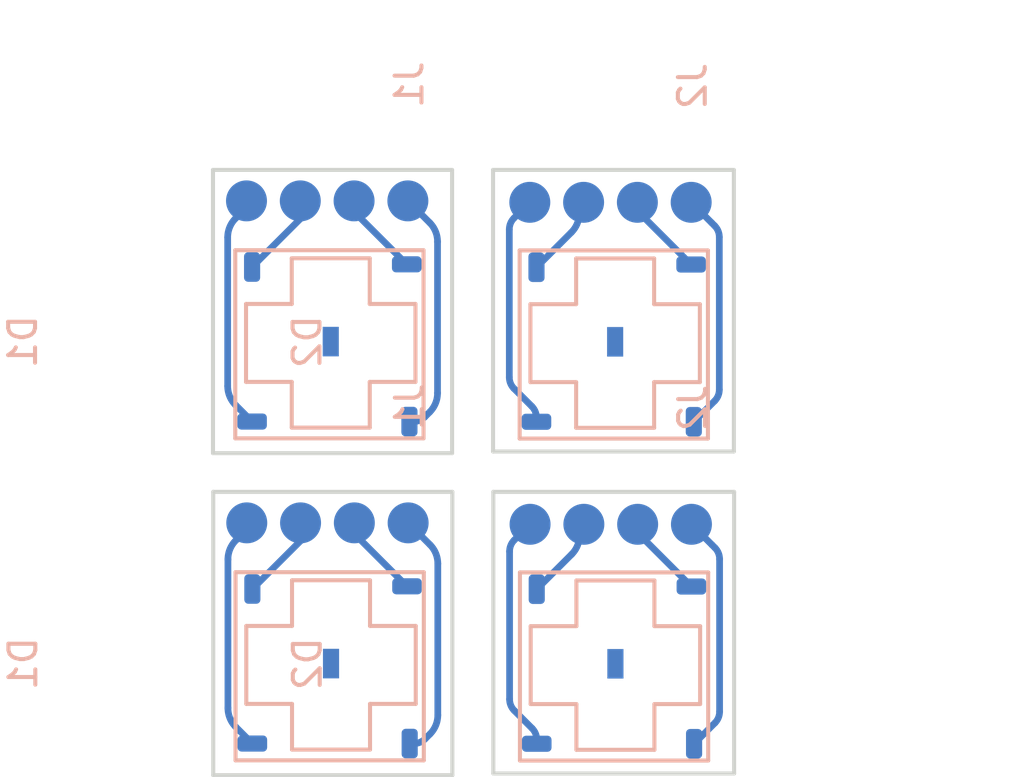
<source format=kicad_pcb>
(kicad_pcb (version 20241229) (generator "pcbnew") (generator_version "9.0")
  (layers (0 "F.Cu" signal) (2 "B.Cu" signal) (13 "F.Paste" user) (15 "B.Paste" user) (5 "F.SilkS" user) (7 "B.SilkS" user) (1 "F.Mask" user) (3 "B.Mask" user) (25 "Edge.Cuts" user))
  (net 0 "")
  (net 1 "Net-(D1-Pad1)")
  (net 2 "Net-(D1-Pad2)")
  (net 3 "Net-(D1-Pad3)")
  (net 4 "Net-(D1-Pad4)")
  (net 5 "Net-(D2-Pad4)")
  (net 6 "Net-(D2-Pad3)")
  (net 7 "Net-(D2-Pad2)")
  (net 8 "Net-(D2-Pad1)")
  (footprint "My-library:FC-60035" (layer "B.Cu") (at 103.05896 47.6879 90)
    (property "Reference" "D1" (at 0.05 -11.45 90) (layer "B.SilkS") (effects (justify mirror)))
    (property "Value" "FC-60035")
    (fp_line (start 3.45 -3.55) (end -3.55 -3.55) (stroke (width 0.15)) (layer "B.SilkS"))
    (fp_line (start -3.55 -3.55) (end -3.55 3.45) (stroke (width 0.15)) (layer "B.SilkS"))
    (fp_line (start 1.45 -3.15) (end 1.45 -1.45) (stroke (width 0.15)) (layer "B.SilkS"))
    (fp_line (start -1.45 -3.15) (end 1.45 -3.15) (stroke (width 0.15)) (layer "B.SilkS"))
    (fp_line (start 3.15 -1.45) (end 3.15 1.45) (stroke (width 0.15)) (layer "B.SilkS"))
    (fp_line (start 1.45 -1.45) (end 3.15 -1.45) (stroke (width 0.15)) (layer "B.SilkS"))
    (fp_line (start -1.45 -1.45) (end -1.45 -3.15) (stroke (width 0.15)) (layer "B.SilkS"))
    (fp_line (start -3.15 -1.45) (end -1.45 -1.45) (stroke (width 0.15)) (layer "B.SilkS"))
    (fp_line (start 3.15 1.45) (end 1.45 1.45) (stroke (width 0.15)) (layer "B.SilkS"))
    (fp_line (start 1.45 1.45) (end 1.45 3.15) (stroke (width 0.15)) (layer "B.SilkS"))
    (fp_line (start -1.45 1.45) (end -3.15 1.45) (stroke (width 0.15)) (layer "B.SilkS"))
    (fp_line (start -3.15 1.45) (end -3.15 -1.45) (stroke (width 0.15)) (layer "B.SilkS"))
    (fp_line (start 1.45 3.15) (end -1.45 3.15) (stroke (width 0.15)) (layer "B.SilkS"))
    (fp_line (start -1.45 3.15) (end -1.45 1.45) (stroke (width 0.15)) (layer "B.SilkS"))
    (fp_line (start 3.45 3.45) (end 3.45 -3.55) (stroke (width 0.15)) (layer "B.SilkS"))
    (fp_line (start -3.55 3.45) (end 3.45 3.45) (stroke (width 0.15)) (layer "B.SilkS"))
    (pad "1" smd roundrect (at -2.925 -2.925 90) (size 0.6 1.1) (layers "B.Cu" "B.Mask" "B.Paste") (net 1 "Net-(D1-Pad1)"))
    (pad "2" smd roundrect (at 2.825 -2.925 90) (size 1.1 0.6) (layers "B.Cu" "B.Mask" "B.Paste") (net 2 "Net-(D1-Pad2)"))
    (pad "3" smd roundrect (at 2.925 2.825 90) (size 0.6 1.1) (layers "B.Cu" "B.Mask" "B.Paste") (net 3 "Net-(D1-Pad3)"))
    (pad "4" smd roundrect (at -2.925 2.925 90) (size 1.1 0.6) (layers "B.Cu" "B.Mask" "B.Paste") (net 4 "Net-(D1-Pad4)"))
    (pad "5" smd custom (at 0.05 0 90) (size 1.1 0.6) (layers "B.Cu" "B.Mask" "B.Paste") (options (clearance outline) (anchor rect)) (primitives))
  )
  (footprint "My-library:FC-60035" (layer "B.Cu") (at 113.63298 47.69552 90)
    (property "Reference" "D2" (at 0.05 -11.45 90) (layer "B.SilkS") (effects (justify mirror)))
    (property "Value" "FC-60035")
    (fp_line (start 3.45 -3.55) (end -3.55 -3.55) (stroke (width 0.15)) (layer "B.SilkS"))
    (fp_line (start -3.55 -3.55) (end -3.55 3.45) (stroke (width 0.15)) (layer "B.SilkS"))
    (fp_line (start 1.45 -3.15) (end 1.45 -1.45) (stroke (width 0.15)) (layer "B.SilkS"))
    (fp_line (start -1.45 -3.15) (end 1.45 -3.15) (stroke (width 0.15)) (layer "B.SilkS"))
    (fp_line (start 3.15 -1.45) (end 3.15 1.45) (stroke (width 0.15)) (layer "B.SilkS"))
    (fp_line (start 1.45 -1.45) (end 3.15 -1.45) (stroke (width 0.15)) (layer "B.SilkS"))
    (fp_line (start -1.45 -1.45) (end -1.45 -3.15) (stroke (width 0.15)) (layer "B.SilkS"))
    (fp_line (start -3.15 -1.45) (end -1.45 -1.45) (stroke (width 0.15)) (layer "B.SilkS"))
    (fp_line (start 3.15 1.45) (end 1.45 1.45) (stroke (width 0.15)) (layer "B.SilkS"))
    (fp_line (start 1.45 1.45) (end 1.45 3.15) (stroke (width 0.15)) (layer "B.SilkS"))
    (fp_line (start -1.45 1.45) (end -3.15 1.45) (stroke (width 0.15)) (layer "B.SilkS"))
    (fp_line (start -3.15 1.45) (end -3.15 -1.45) (stroke (width 0.15)) (layer "B.SilkS"))
    (fp_line (start 1.45 3.15) (end -1.45 3.15) (stroke (width 0.15)) (layer "B.SilkS"))
    (fp_line (start -1.45 3.15) (end -1.45 1.45) (stroke (width 0.15)) (layer "B.SilkS"))
    (fp_line (start 3.45 3.45) (end 3.45 -3.55) (stroke (width 0.15)) (layer "B.SilkS"))
    (fp_line (start -3.55 3.45) (end 3.45 3.45) (stroke (width 0.15)) (layer "B.SilkS"))
    (pad "1" smd roundrect (at -2.925 -2.925 90) (size 0.6 1.1) (layers "B.Cu" "B.Mask" "B.Paste") (net 8 "Net-(D2-Pad1)"))
    (pad "2" smd roundrect (at 2.825 -2.925 90) (size 1.1 0.6) (layers "B.Cu" "B.Mask" "B.Paste") (net 7 "Net-(D2-Pad2)"))
    (pad "3" smd roundrect (at 2.925 2.825 90) (size 0.6 1.1) (layers "B.Cu" "B.Mask" "B.Paste") (net 6 "Net-(D2-Pad3)"))
    (pad "4" smd roundrect (at -2.925 2.925 90) (size 1.1 0.6) (layers "B.Cu" "B.Mask" "B.Paste") (net 5 "Net-(D2-Pad4)"))
    (pad "5" smd custom (at 0.05 0 90) (size 1.1 0.6) (layers "B.Cu" "B.Mask" "B.Paste") (options (clearance outline) (anchor rect)) (primitives))
  )
  (footprint "My-library:CON4" (layer "B.Cu") (at 102.92612 42.40216 -90)
    (property "Reference" "J1" (at -4.325 -3.05 270) (layer "B.SilkS") (effects (justify mirror)))
    (property "Value" "CON4")
    (pad "1" smd circle (at 0 3 270) (size 1.524 1.524) (layers "B.Cu" "B.Mask" "B.Paste") (net 1 "Net-(D1-Pad1)"))
    (pad "2" smd circle (at 0 1 270) (size 1.524 1.524) (layers "B.Cu" "B.Mask" "B.Paste") (net 2 "Net-(D1-Pad2)"))
    (pad "3" smd circle (at 0 -1 270) (size 1.524 1.524) (layers "B.Cu" "B.Mask" "B.Paste") (net 3 "Net-(D1-Pad3)"))
    (pad "4" smd circle (at 0 -3 270) (size 1.524 1.524) (layers "B.Cu" "B.Mask" "B.Paste") (net 4 "Net-(D1-Pad4)"))
  )
  (footprint "My-library:CON4" (layer "B.Cu") (at 113.46 42.4555 -90)
    (property "Reference" "J2" (at -4.325 -3.05 270) (layer "B.SilkS") (effects (justify mirror)))
    (property "Value" "CON4")
    (pad "1" smd circle (at 0 3 270) (size 1.524 1.524) (layers "B.Cu" "B.Mask" "B.Paste") (net 8 "Net-(D2-Pad1)"))
    (pad "2" smd circle (at 0 1 270) (size 1.524 1.524) (layers "B.Cu" "B.Mask" "B.Paste") (net 7 "Net-(D2-Pad2)"))
    (pad "3" smd circle (at 0 -1 270) (size 1.524 1.524) (layers "B.Cu" "B.Mask" "B.Paste") (net 6 "Net-(D2-Pad3)"))
    (pad "4" smd circle (at 0 -3 270) (size 1.524 1.524) (layers "B.Cu" "B.Mask" "B.Paste") (net 5 "Net-(D2-Pad4)"))
  )
  (footprint "My-library:CON4" (layer "B.Cu") (at 102.93612 54.38216 -90)
    (property "Reference" "J1" (at -4.325 -3.05 270) (layer "B.SilkS") (effects (justify mirror)))
    (property "Value" "CON4")
    (pad "1" smd circle (at 0 3 270) (size 1.524 1.524) (layers "B.Cu" "B.Mask" "B.Paste") (net 1 "Net-(D1-Pad1)"))
    (pad "2" smd circle (at 0 1 270) (size 1.524 1.524) (layers "B.Cu" "B.Mask" "B.Paste") (net 2 "Net-(D1-Pad2)"))
    (pad "3" smd circle (at 0 -1 270) (size 1.524 1.524) (layers "B.Cu" "B.Mask" "B.Paste") (net 3 "Net-(D1-Pad3)"))
    (pad "4" smd circle (at 0 -3 270) (size 1.524 1.524) (layers "B.Cu" "B.Mask" "B.Paste") (net 4 "Net-(D1-Pad4)"))
  )
  (footprint "My-library:FC-60035" (layer "B.Cu") (at 103.06896 59.6679 90)
    (property "Reference" "D1" (at 0.05 -11.45 90) (layer "B.SilkS") (effects (justify mirror)))
    (property "Value" "FC-60035")
    (fp_line (start 3.45 -3.55) (end -3.55 -3.55) (stroke (width 0.15)) (layer "B.SilkS"))
    (fp_line (start -3.55 -3.55) (end -3.55 3.45) (stroke (width 0.15)) (layer "B.SilkS"))
    (fp_line (start 1.45 -3.15) (end 1.45 -1.45) (stroke (width 0.15)) (layer "B.SilkS"))
    (fp_line (start -1.45 -3.15) (end 1.45 -3.15) (stroke (width 0.15)) (layer "B.SilkS"))
    (fp_line (start 3.15 -1.45) (end 3.15 1.45) (stroke (width 0.15)) (layer "B.SilkS"))
    (fp_line (start 1.45 -1.45) (end 3.15 -1.45) (stroke (width 0.15)) (layer "B.SilkS"))
    (fp_line (start -1.45 -1.45) (end -1.45 -3.15) (stroke (width 0.15)) (layer "B.SilkS"))
    (fp_line (start -3.15 -1.45) (end -1.45 -1.45) (stroke (width 0.15)) (layer "B.SilkS"))
    (fp_line (start 3.15 1.45) (end 1.45 1.45) (stroke (width 0.15)) (layer "B.SilkS"))
    (fp_line (start 1.45 1.45) (end 1.45 3.15) (stroke (width 0.15)) (layer "B.SilkS"))
    (fp_line (start -1.45 1.45) (end -3.15 1.45) (stroke (width 0.15)) (layer "B.SilkS"))
    (fp_line (start -3.15 1.45) (end -3.15 -1.45) (stroke (width 0.15)) (layer "B.SilkS"))
    (fp_line (start 1.45 3.15) (end -1.45 3.15) (stroke (width 0.15)) (layer "B.SilkS"))
    (fp_line (start -1.45 3.15) (end -1.45 1.45) (stroke (width 0.15)) (layer "B.SilkS"))
    (fp_line (start 3.45 3.45) (end 3.45 -3.55) (stroke (width 0.15)) (layer "B.SilkS"))
    (fp_line (start -3.55 3.45) (end 3.45 3.45) (stroke (width 0.15)) (layer "B.SilkS"))
    (pad "1" smd roundrect (at -2.925 -2.925 90) (size 0.6 1.1) (layers "B.Cu" "B.Mask" "B.Paste") (net 1 "Net-(D1-Pad1)"))
    (pad "2" smd roundrect (at 2.825 -2.925 90) (size 1.1 0.6) (layers "B.Cu" "B.Mask" "B.Paste") (net 2 "Net-(D1-Pad2)"))
    (pad "3" smd roundrect (at 2.925 2.825 90) (size 0.6 1.1) (layers "B.Cu" "B.Mask" "B.Paste") (net 3 "Net-(D1-Pad3)"))
    (pad "4" smd roundrect (at -2.925 2.925 90) (size 1.1 0.6) (layers "B.Cu" "B.Mask" "B.Paste") (net 4 "Net-(D1-Pad4)"))
    (pad "5" smd custom (at 0.05 0 90) (size 1.1 0.6) (layers "B.Cu" "B.Mask" "B.Paste") (options (clearance outline) (anchor rect)) (primitives))
  )
  (footprint "My-library:FC-60035" (layer "B.Cu") (at 113.64298 59.67552 90)
    (property "Reference" "D2" (at 0.05 -11.45 90) (layer "B.SilkS") (effects (justify mirror)))
    (property "Value" "FC-60035")
    (fp_line (start 3.45 -3.55) (end -3.55 -3.55) (stroke (width 0.15)) (layer "B.SilkS"))
    (fp_line (start -3.55 -3.55) (end -3.55 3.45) (stroke (width 0.15)) (layer "B.SilkS"))
    (fp_line (start 1.45 -3.15) (end 1.45 -1.45) (stroke (width 0.15)) (layer "B.SilkS"))
    (fp_line (start -1.45 -3.15) (end 1.45 -3.15) (stroke (width 0.15)) (layer "B.SilkS"))
    (fp_line (start 3.15 -1.45) (end 3.15 1.45) (stroke (width 0.15)) (layer "B.SilkS"))
    (fp_line (start 1.45 -1.45) (end 3.15 -1.45) (stroke (width 0.15)) (layer "B.SilkS"))
    (fp_line (start -1.45 -1.45) (end -1.45 -3.15) (stroke (width 0.15)) (layer "B.SilkS"))
    (fp_line (start -3.15 -1.45) (end -1.45 -1.45) (stroke (width 0.15)) (layer "B.SilkS"))
    (fp_line (start 3.15 1.45) (end 1.45 1.45) (stroke (width 0.15)) (layer "B.SilkS"))
    (fp_line (start 1.45 1.45) (end 1.45 3.15) (stroke (width 0.15)) (layer "B.SilkS"))
    (fp_line (start -1.45 1.45) (end -3.15 1.45) (stroke (width 0.15)) (layer "B.SilkS"))
    (fp_line (start -3.15 1.45) (end -3.15 -1.45) (stroke (width 0.15)) (layer "B.SilkS"))
    (fp_line (start 1.45 3.15) (end -1.45 3.15) (stroke (width 0.15)) (layer "B.SilkS"))
    (fp_line (start -1.45 3.15) (end -1.45 1.45) (stroke (width 0.15)) (layer "B.SilkS"))
    (fp_line (start 3.45 3.45) (end 3.45 -3.55) (stroke (width 0.15)) (layer "B.SilkS"))
    (fp_line (start -3.55 3.45) (end 3.45 3.45) (stroke (width 0.15)) (layer "B.SilkS"))
    (pad "1" smd roundrect (at -2.925 -2.925 90) (size 0.6 1.1) (layers "B.Cu" "B.Mask" "B.Paste") (net 8 "Net-(D2-Pad1)"))
    (pad "2" smd roundrect (at 2.825 -2.925 90) (size 1.1 0.6) (layers "B.Cu" "B.Mask" "B.Paste") (net 7 "Net-(D2-Pad2)"))
    (pad "3" smd roundrect (at 2.925 2.825 90) (size 0.6 1.1) (layers "B.Cu" "B.Mask" "B.Paste") (net 6 "Net-(D2-Pad3)"))
    (pad "4" smd roundrect (at -2.925 2.925 90) (size 1.1 0.6) (layers "B.Cu" "B.Mask" "B.Paste") (net 5 "Net-(D2-Pad4)"))
    (pad "5" smd custom (at 0.05 0 90) (size 1.1 0.6) (layers "B.Cu" "B.Mask" "B.Paste") (options (clearance outline) (anchor rect)) (primitives))
  )
  (footprint "My-library:CON4" (layer "B.Cu") (at 113.47 54.4355 -90)
    (property "Reference" "J2" (at -4.325 -3.05 270) (layer "B.SilkS") (effects (justify mirror)))
    (property "Value" "CON4")
    (pad "1" smd circle (at 0 3 270) (size 1.524 1.524) (layers "B.Cu" "B.Mask" "B.Paste") (net 8 "Net-(D2-Pad1)"))
    (pad "2" smd circle (at 0 1 270) (size 1.524 1.524) (layers "B.Cu" "B.Mask" "B.Paste") (net 7 "Net-(D2-Pad2)"))
    (pad "3" smd circle (at 0 -1 270) (size 1.524 1.524) (layers "B.Cu" "B.Mask" "B.Paste") (net 6 "Net-(D2-Pad3)"))
    (pad "4" smd circle (at 0 -3 270) (size 1.524 1.524) (layers "B.Cu" "B.Mask" "B.Paste") (net 5 "Net-(D2-Pad4)"))
  )
  (gr_line (start 98.68 51.79) (end 98.68 41.249) (stroke (width 0.15)) (layer "Edge.Cuts"))
  (gr_line (start 109.094 41.249) (end 118.0475 41.249) (stroke (width 0.15)) (layer "Edge.Cuts"))
  (gr_line (start 118.0475 51.7265) (end 109.094 51.7265) (stroke (width 0.15)) (layer "Edge.Cuts"))
  (gr_line (start 109.094 51.7265) (end 109.094 41.249) (stroke (width 0.15)) (layer "Edge.Cuts"))
  (gr_line (start 118.0475 41.249) (end 118.0475 51.7265) (stroke (width 0.15)) (layer "Edge.Cuts"))
  (gr_line (start 107.57 41.249) (end 107.57 51.79) (stroke (width 0.15)) (layer "Edge.Cuts"))
  (gr_line (start 109.104 63.7065) (end 109.104 53.229) (stroke (width 0.15)) (layer "Edge.Cuts"))
  (gr_line (start 107.57 51.79) (end 98.68 51.79) (stroke (width 0.15)) (layer "Edge.Cuts"))
  (gr_line (start 118.0575 53.229) (end 118.0575 63.7065) (stroke (width 0.15)) (layer "Edge.Cuts"))
  (gr_line (start 98.69 53.229) (end 107.58 53.229) (stroke (width 0.15)) (layer "Edge.Cuts"))
  (gr_line (start 98.68 41.249) (end 107.57 41.249) (stroke (width 0.15)) (layer "Edge.Cuts"))
  (gr_line (start 107.58 53.229) (end 107.58 63.77) (stroke (width 0.15)) (layer "Edge.Cuts"))
  (gr_line (start 98.69 63.77) (end 98.69 53.229) (stroke (width 0.15)) (layer "Edge.Cuts"))
  (gr_line (start 107.58 63.77) (end 98.69 63.77) (stroke (width 0.15)) (layer "Edge.Cuts"))
  (gr_line (start 118.0575 63.7065) (end 109.104 63.7065) (stroke (width 0.15)) (layer "Edge.Cuts"))
  (gr_line (start 109.104 53.229) (end 118.0575 53.229) (stroke (width 0.15)) (layer "Edge.Cuts"))
  (segment (start 99.92612 42.64702) (end 99.92612 42.40216) (width 0.25) (layer "B.Cu") (net 1))
  (segment (start 99.528993 55.034147) (end 99.93612 54.62702) (width 0.25) (layer "B.Cu") (net 1))
  (segment (start 99.518993 43.054147) (end 99.92612 42.64702) (width 0.25) (layer "B.Cu") (net 1))
  (segment (start 99.2261 49.290826) (end 99.2261 43.761254) (width 0.25) (layer "B.Cu") (net 1))
  (segment (start 100.13396 50.6129) (end 99.518993 49.997933) (width 0.25) (layer "B.Cu") (net 1))
  (segment (start 99.2361 61.270826) (end 99.2361 55.741254) (width 0.25) (layer "B.Cu") (net 1))
  (segment (start 99.93612 54.62702) (end 99.93612 54.38216) (width 0.25) (layer "B.Cu") (net 1))
  (segment (start 100.14396 62.5929) (end 99.528993 61.977933) (width 0.25) (layer "B.Cu") (net 1))
  (arc (start 99.2361 55.741254) (mid 99.31222 55.358571) (end 99.528993 55.034147) (width 0.25) (layer "B.Cu") (net 1))
  (arc (start 99.2361 61.270826) (mid 99.31222 61.653509) (end 99.528993 61.977933) (width 0.25) (layer "B.Cu") (net 1))
  (arc (start 99.2261 49.290826) (mid 99.30222 49.673509) (end 99.518993 49.997933) (width 0.25) (layer "B.Cu") (net 1))
  (arc (start 99.2261 43.761254) (mid 99.30222 43.378571) (end 99.518993 43.054147) (width 0.25) (layer "B.Cu") (net 1))
  (segment (start 100.13396 44.8629) (end 101.92612 43.07074) (width 0.25) (layer "B.Cu") (net 2))
  (segment (start 101.92612 43.07074) (end 101.92612 42.40216) (width 0.25) (layer "B.Cu") (net 2))
  (segment (start 100.14396 56.8429) (end 101.93612 55.05074) (width 0.25) (layer "B.Cu") (net 2))
  (segment (start 101.93612 55.05074) (end 101.93612 54.38216) (width 0.25) (layer "B.Cu") (net 2))
  (segment (start 103.92612 42.80506) (end 103.92612 42.40216) (width 0.25) (layer "B.Cu") (net 3))
  (segment (start 105.89396 56.7429) (end 103.93612 54.78506) (width 0.25) (layer "B.Cu") (net 3))
  (segment (start 105.88396 44.7629) (end 103.92612 42.80506) (width 0.25) (layer "B.Cu") (net 3))
  (segment (start 103.93612 54.78506) (end 103.93612 54.38216) (width 0.25) (layer "B.Cu") (net 3))
  (segment (start 105.98396 50.6129) (end 106.135432 50.6129) (width 0.25) (layer "B.Cu") (net 4))
  (segment (start 105.99396 62.5929) (end 106.145432 62.5929) (width 0.25) (layer "B.Cu") (net 4))
  (segment (start 106.746087 55.192127) (end 105.93612 54.38216) (width 0.25) (layer "B.Cu") (net 4))
  (segment (start 107.03898 61.533666) (end 107.03898 55.899234) (width 0.25) (layer "B.Cu") (net 4))
  (segment (start 106.736087 43.212127) (end 105.92612 42.40216) (width 0.25) (layer "B.Cu") (net 4))
  (segment (start 106.569696 62.417164) (end 106.746087 62.240773) (width 0.25) (layer "B.Cu") (net 4))
  (segment (start 107.02898 49.553666) (end 107.02898 43.919234) (width 0.25) (layer "B.Cu") (net 4))
  (segment (start 106.559696 50.437164) (end 106.736087 50.260773) (width 0.25) (layer "B.Cu") (net 4))
  (arc (start 106.736087 43.212127) (mid 106.95286 43.53655) (end 107.02898 43.919234) (width 0.25) (layer "B.Cu") (net 4))
  (arc (start 106.559696 50.437164) (mid 106.365042 50.567228) (end 106.135432 50.6129) (width 0.25) (layer "B.Cu") (net 4))
  (arc (start 106.569696 62.417164) (mid 106.375042 62.547228) (end 106.145432 62.5929) (width 0.25) (layer "B.Cu") (net 4))
  (arc (start 106.746087 62.240773) (mid 106.96286 61.91635) (end 107.03898 61.533666) (width 0.25) (layer "B.Cu") (net 4))
  (arc (start 106.736087 50.260773) (mid 106.95286 49.93635) (end 107.02898 49.553666) (width 0.25) (layer "B.Cu") (net 4))
  (arc (start 106.746087 55.192127) (mid 106.96286 55.51655) (end 107.03898 55.899234) (width 0.25) (layer "B.Cu") (net 4))
  (segment (start 117.231999 55.197499) (end 116.47 54.4355) (width 0.25) (layer "B.Cu") (net 5))
  (segment (start 117.51648 61.403492) (end 117.51648 55.730508) (width 0.25) (layer "B.Cu") (net 5))
  (segment (start 117.221999 43.217499) (end 116.46 42.4555) (width 0.25) (layer "B.Cu") (net 5))
  (segment (start 116.56798 62.60052) (end 117.340744 61.827756) (width 0.25) (layer "B.Cu") (net 5))
  (segment (start 117.50648 49.423492) (end 117.50648 43.750508) (width 0.25) (layer "B.Cu") (net 5))
  (segment (start 117.340744 55.306244) (end 117.231999 55.197499) (width 0.25) (layer "B.Cu") (net 5))
  (segment (start 116.55798 50.62052) (end 117.330744 49.847756) (width 0.25) (layer "B.Cu") (net 5))
  (segment (start 117.330744 43.326244) (end 117.221999 43.217499) (width 0.25) (layer "B.Cu") (net 5))
  (arc (start 117.51648 61.403492) (mid 117.470808 61.633102) (end 117.340744 61.827756) (width 0.25) (layer "B.Cu") (net 5))
  (arc (start 117.51648 55.730508) (mid 117.470808 55.500898) (end 117.340744 55.306244) (width 0.25) (layer "B.Cu") (net 5))
  (arc (start 117.50648 43.750508) (mid 117.460808 43.520898) (end 117.330744 43.326244) (width 0.25) (layer "B.Cu") (net 5))
  (arc (start 117.50648 49.423492) (mid 117.460808 49.653102) (end 117.330744 49.847756) (width 0.25) (layer "B.Cu") (net 5))
  (segment (start 114.47 54.75254) (end 114.47 54.4355) (width 0.25) (layer "B.Cu") (net 6))
  (segment (start 116.46798 56.75052) (end 114.47 54.75254) (width 0.25) (layer "B.Cu") (net 6))
  (segment (start 116.45798 44.77052) (end 114.46 42.77254) (width 0.25) (layer "B.Cu") (net 6))
  (segment (start 114.46 42.77254) (end 114.46 42.4555) (width 0.25) (layer "B.Cu") (net 6))
  (segment (start 112.3075 54.598) (end 112.47 54.4355) (width 0.25) (layer "B.Cu") (net 7))
  (segment (start 112.2975 42.866786) (end 112.2975 42.618) (width 0.25) (layer "B.Cu") (net 7))
  (segment (start 110.71798 56.85052) (end 112.014607 55.553893) (width 0.25) (layer "B.Cu") (net 7))
  (segment (start 110.70798 44.87052) (end 112.004607 43.573893) (width 0.25) (layer "B.Cu") (net 7))
  (segment (start 112.2975 42.618) (end 112.46 42.4555) (width 0.25) (layer "B.Cu") (net 7))
  (segment (start 112.3075 54.846786) (end 112.3075 54.598) (width 0.25) (layer "B.Cu") (net 7))
  (arc (start 112.004607 43.573893) (mid 112.22138 43.24947) (end 112.2975 42.866786) (width 0.25) (layer "B.Cu") (net 7))
  (arc (start 112.014607 55.553893) (mid 112.23138 55.22947) (end 112.3075 54.846786) (width 0.25) (layer "B.Cu") (net 7))
  (segment (start 109.873737 43.041763) (end 110.46 42.4555) (width 0.25) (layer "B.Cu") (net 8))
  (segment (start 110.71798 62.60052) (end 110.71798 62.449048) (width 0.25) (layer "B.Cu") (net 8))
  (segment (start 109.708001 60.942013) (end 109.708001 55.446027) (width 0.25) (layer "B.Cu") (net 8))
  (segment (start 109.698001 48.962013) (end 109.698001 43.466027) (width 0.25) (layer "B.Cu") (net 8))
  (segment (start 110.542244 62.024784) (end 109.883737 61.366277) (width 0.25) (layer "B.Cu") (net 8))
  (segment (start 110.70798 50.62052) (end 110.70798 50.469048) (width 0.25) (layer "B.Cu") (net 8))
  (segment (start 110.532244 50.044784) (end 109.873737 49.386277) (width 0.25) (layer "B.Cu") (net 8))
  (segment (start 109.883737 55.021763) (end 110.47 54.4355) (width 0.25) (layer "B.Cu") (net 8))
  (arc (start 109.698001 48.962013) (mid 109.743673 49.191623) (end 109.873737 49.386277) (width 0.25) (layer "B.Cu") (net 8))
  (arc (start 109.873737 43.041763) (mid 109.743673 43.236417) (end 109.698001 43.466027) (width 0.25) (layer "B.Cu") (net 8))
  (arc (start 110.532244 50.044784) (mid 110.662308 50.239438) (end 110.70798 50.469048) (width 0.25) (layer "B.Cu") (net 8))
  (arc (start 109.883737 55.021763) (mid 109.753673 55.216417) (end 109.708001 55.446027) (width 0.25) (layer "B.Cu") (net 8))
  (arc (start 109.708001 60.942013) (mid 109.753673 61.171623) (end 109.883737 61.366277) (width 0.25) (layer "B.Cu") (net 8))
  (arc (start 110.542244 62.024784) (mid 110.672308 62.219438) (end 110.71798 62.449048) (width 0.25) (layer "B.Cu") (net 8))
)
</source>
